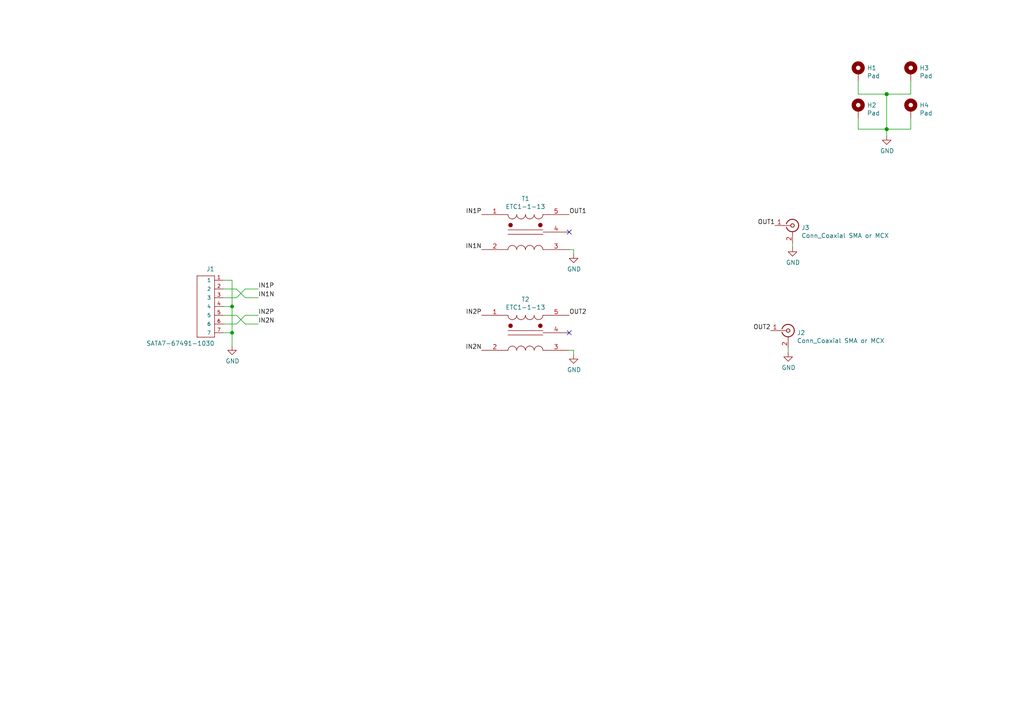
<source format=kicad_sch>
(kicad_sch (version 20210406) (generator eeschema)
  (paper "A4")
  (title_block (date "2021-04-28"))
  (lib_symbols
    (symbol "Connector:Conn_Coaxial" (pin_names (offset 1.016) hide)
      (property "Reference" "J" (at 0.254 3.048 0))
      (property "Value" "Conn_Coaxial" (at 2.921 0 90))
      (symbol "Conn_Coaxial_0_1"
        (arc (start -1.778 0.508) (end 1.778 0) (radius (at -0.0508 0) (length 1.8034) (angles 163.6 0)) (stroke (width 0.254)))
        (arc (start 1.778 0) (end -1.778 -0.508) (radius (at -0.0254 0) (length 1.8034) (angles 0 -163.8)) (stroke (width 0.254)))
        (circle (center 0 0) (radius 0.508) (stroke (width 0.2032)))
        (polyline (pts (xy -2.54 0) (xy -0.508 0)))
        (polyline (pts (xy 0 -2.54) (xy 0 -1.778)))
      )
      (symbol "Conn_Coaxial_1_1"
        (pin passive line (at -5.08 0 0) (length 2.54) (name "In") (number "1"))
        (pin passive line (at 0 -5.08 90) (length 2.54) (name "Ext") (number "2"))
      )
    )
    (symbol "FMC2DIFF-rescue:SATA7-67491-1030-konektory" (pin_names (offset 1.016))
      (property "Reference" "J" (at -2.54 10.16 0))
      (property "Value" "SATA7-67491-1030-konektory" (at -2.54 -11.43 0))
      (symbol "SATA7-67491-1030-konektory_1_0"
        (polyline (pts (xy -2.54 -8.89) (xy 2.54 -8.89)))
        (polyline (pts (xy -2.54 8.89) (xy -2.54 -8.89)))
        (polyline (pts (xy 2.54 -8.89) (xy 2.54 8.89)))
        (polyline (pts (xy 2.54 8.89) (xy -2.54 8.89)))
      )
      (symbol "SATA7-67491-1030-konektory_1_1"
        (pin passive line (at -5.08 7.62 0) (length 2.54) (name "1") (number "1"))
        (pin passive line (at -5.08 5.08 0) (length 2.54) (name "2") (number "2"))
        (pin passive line (at -5.08 2.54 0) (length 2.54) (name "3") (number "3"))
        (pin passive line (at -5.08 0 0) (length 2.54) (name "4") (number "4"))
        (pin passive line (at -5.08 -2.54 0) (length 2.54) (name "5") (number "5"))
        (pin passive line (at -5.08 -5.08 0) (length 2.54) (name "6") (number "6"))
        (pin passive line (at -5.08 -7.62 0) (length 2.54) (name "7") (number "7"))
        (pin passive line (at -5.08 0 0) (length 2.54) hide (name "4") (number "8"))
        (pin passive line (at -5.08 -7.62 0) (length 2.54) hide (name "7") (number "9"))
      )
    )
    (symbol "Mechanical:MountingHole_Pad" (pin_numbers hide) (pin_names (offset 1.016) hide)
      (property "Reference" "H" (at 0 6.35 0))
      (property "Value" "MountingHole_Pad" (at 0 4.445 0))
      (symbol "MountingHole_Pad_0_1"
        (circle (center 0 1.27) (radius 1.27) (stroke (width 1.27)))
      )
      (symbol "MountingHole_Pad_1_1"
        (pin input line (at 0 -2.54 90) (length 2.54) (name "1") (number "1"))
      )
    )
    (symbol "QFHBAL01-rescue:ETC1-1-13-riske-symbols" (pin_names (offset 1.016) hide)
      (property "Reference" "T" (at 1.27 7.62 0))
      (property "Value" "ETC1-1-13-riske-symbols" (at 2.54 -7.62 0))
      (symbol "ETC1-1-13-riske-symbols_0_1"
        (arc (start 0 -5.1054) (end -1.27 -3.8608) (radius (at -1.27 -5.1054) (length 1.27) (angles 1 90.1)))
        (arc (start -2.5146 -5.1054) (end -1.27 -3.8608) (radius (at -1.27 -5.1054) (length 1.27) (angles 178.8 90.1)))
        (arc (start -1.27 3.81) (end -2.5146 5.08) (radius (at -1.27 5.08) (length 1.27) (angles -90.1 -179.9)))
        (arc (start 0 5.08) (end -1.27 3.81) (radius (at -1.27 5.08) (length 1.27) (angles -0.1 -89.9)))
        (arc (start 1.27 -3.8354) (end 0.0254 -5.08) (radius (at 1.27 -5.08) (length 1.27) (angles 89.9 -179.9)))
        (arc (start 2.54 -5.08) (end 1.27 -3.8354) (radius (at 1.27 -5.08) (length 1.27) (angles -0.1 90.1)))
        (arc (start 1.27 3.81) (end 0.0254 5.08) (radius (at 1.27 5.08) (length 1.27) (angles -90.1 -179.9)))
        (arc (start 2.54 5.08) (end 1.27 3.81) (radius (at 1.27 5.08) (length 1.27) (angles -0.1 -89.9)))
        (arc (start 3.81 -3.8354) (end 2.5654 -5.08) (radius (at 3.81 -5.08) (length 1.27) (angles 89.9 -179.9)))
        (arc (start 5.08 -5.08) (end 3.81 -3.8354) (radius (at 3.81 -5.08) (length 1.27) (angles -0.1 90.1)))
        (arc (start 3.81 3.81) (end 2.5654 5.08) (radius (at 3.81 5.08) (length 1.27) (angles -90.1 -179.9)))
        (arc (start 5.08 5.08) (end 3.81 3.81) (radius (at 3.81 5.08) (length 1.27) (angles -0.1 -89.9)))
        (arc (start 6.35 -3.8354) (end 5.1054 -5.08) (radius (at 6.35 -5.08) (length 1.27) (angles 89.9 -179.9)))
        (arc (start 7.62 -5.08) (end 6.35 -3.8354) (radius (at 6.35 -5.08) (length 1.27) (angles -0.1 90.1)))
        (arc (start 6.35 3.81) (end 5.1054 5.08) (radius (at 6.35 5.08) (length 1.27) (angles -90.1 -179.9)))
        (arc (start 7.62 5.08) (end 6.35 3.81) (radius (at 6.35 5.08) (length 1.27) (angles -0.1 -89.9)))
        (circle (center -1.778 2.032) (radius 0.5588) (fill (type outline)))
        (circle (center 6.858 2.032) (radius 0.5588) (fill (type outline)))
        (polyline (pts (xy -2.54 -0.635) (xy 7.62 -0.635)))
        (polyline (pts (xy 7.62 0.635) (xy -2.54 0.635)))
      )
      (symbol "ETC1-1-13-riske-symbols_1_1"
        (pin passive line (at -10.16 5.08 0) (length 7.62) (name "AA") (number "1"))
        (pin passive line (at -10.16 -5.08 0) (length 7.62) (name "AB") (number "2"))
        (pin passive line (at 15.24 -5.08 180) (length 7.62) (name "SA") (number "3"))
        (pin passive line (at 15.24 0 180) (length 7.62) (name "SC") (number "4"))
        (pin passive line (at 15.24 5.08 180) (length 7.62) (name "SB") (number "5"))
      )
    )
    (symbol "power:GND" (power) (pin_names (offset 0))
      (property "Value" "GND" (at 0 -3.81 0))
      (symbol "GND_0_1"
        (polyline (pts (xy 0 0) (xy 0 -1.27) (xy 1.27 -1.27) (xy 0 -2.54) (xy -1.27 -1.27) (xy 0 -1.27)))
      )
      (symbol "GND_1_1"
        (pin power_in line (at 0 0 270) (length 0) hide (name "GND") (number "1"))
      )
    )
  )
  (junction (at 67.31 88.9) (diameter 0.9144))
  (junction (at 67.31 96.52) (diameter 0.9144))
  (junction (at 257.175 27.305) (diameter 1.016))
  (junction (at 257.175 37.465) (diameter 1.016))
  (no_connect (at 165.1 67.31))
  (no_connect (at 165.1 96.52))
  (wire (pts (xy 64.77 81.28) (xy 67.31 81.28)))
  (wire (pts (xy 64.77 83.82) (xy 68.58 83.82)))
  (wire (pts (xy 64.77 86.36) (xy 68.58 86.36)))
  (wire (pts (xy 64.77 88.9) (xy 67.31 88.9)))
  (wire (pts (xy 64.77 96.52) (xy 67.31 96.52)))
  (wire (pts (xy 67.31 81.28) (xy 67.31 88.9)))
  (wire (pts (xy 67.31 88.9) (xy 67.31 96.52)))
  (wire (pts (xy 67.31 96.52) (xy 67.31 100.33)))
  (wire (pts (xy 68.58 83.82) (xy 71.12 86.36)))
  (wire (pts (xy 68.58 86.36) (xy 71.12 83.82)))
  (wire (pts (xy 68.58 91.44) (xy 64.77 91.44)))
  (wire (pts (xy 68.58 93.98) (xy 64.77 93.98)))
  (wire (pts (xy 71.12 91.44) (xy 68.58 93.98)))
  (wire (pts (xy 71.12 93.98) (xy 68.58 91.44)))
  (wire (pts (xy 74.93 83.82) (xy 71.12 83.82)))
  (wire (pts (xy 74.93 86.36) (xy 71.12 86.36)))
  (wire (pts (xy 74.93 91.44) (xy 71.12 91.44)))
  (wire (pts (xy 74.93 93.98) (xy 71.12 93.98)))
  (wire (pts (xy 165.1 72.39) (xy 166.37 72.39)))
  (wire (pts (xy 165.1 101.6) (xy 166.37 101.6)))
  (wire (pts (xy 166.37 72.39) (xy 166.37 73.66)))
  (wire (pts (xy 166.37 101.6) (xy 166.37 102.87)))
  (wire (pts (xy 228.6 100.965) (xy 228.6 102.235)))
  (wire (pts (xy 229.87 70.485) (xy 229.87 71.755)))
  (wire (pts (xy 248.92 27.305) (xy 248.92 23.495)))
  (wire (pts (xy 248.92 27.305) (xy 257.175 27.305)))
  (wire (pts (xy 248.92 37.465) (xy 248.92 34.29)))
  (wire (pts (xy 248.92 37.465) (xy 257.175 37.465)))
  (wire (pts (xy 257.175 27.305) (xy 257.175 37.465)))
  (wire (pts (xy 257.175 27.305) (xy 264.16 27.305)))
  (wire (pts (xy 257.175 37.465) (xy 257.175 39.37)))
  (wire (pts (xy 257.175 37.465) (xy 264.16 37.465)))
  (wire (pts (xy 264.16 27.305) (xy 264.16 23.495)))
  (wire (pts (xy 264.16 37.465) (xy 264.16 34.29)))
  (label "IN1P" (at 74.93 83.82 0))
  (label "IN1N" (at 74.93 86.36 0))
  (label "IN2P" (at 74.93 91.44 0))
  (label "IN2N" (at 74.93 93.98 0))
  (label "IN1P" (at 139.7 62.23 180))
  (label "IN1N" (at 139.7 72.39 180))
  (label "IN2P" (at 139.7 91.44 180))
  (label "IN2N" (at 139.7 101.6 180))
  (label "OUT1" (at 165.1 62.23 0))
  (label "OUT2" (at 165.1 91.44 0))
  (label "OUT2" (at 223.52 95.885 180))
  (label "OUT1" (at 224.79 65.405 180))
  (symbol (lib_id "power:GND") (at 67.31 100.33 0) (unit 1)
    (property "Reference" "#PWR?" (effects hide))
    (property "Value" "GND" (at 67.437 104.7242 0))
  )
  (symbol (lib_id "power:GND") (at 166.37 73.66 0) (unit 1)
    (property "Reference" "#PWR02" (effects hide))
    (property "Value" "GND" (at 166.497 78.0542 0))
  )
  (symbol (lib_id "power:GND") (at 166.37 102.87 0) (unit 1)
    (property "Reference" "#PWR03" (effects hide))
    (property "Value" "GND" (at 166.497 107.2642 0))
  )
  (symbol (lib_id "power:GND") (at 228.6 102.235 0) (unit 1)
    (property "Reference" "#PWR04" (effects hide))
    (property "Value" "GND" (at 228.727 106.6292 0))
  )
  (symbol (lib_id "power:GND") (at 229.87 71.755 0) (unit 1)
    (property "Reference" "#PWR05" (effects hide))
    (property "Value" "GND" (at 229.997 76.1492 0))
  )
  (symbol (lib_id "power:GND") (at 257.175 39.37 0) (unit 1)
    (property "Reference" "#PWR?" (effects hide))
    (property "Value" "GND" (at 257.302 43.7642 0))
  )
  (symbol (lib_id "Mechanical:MountingHole_Pad") (at 248.92 20.955 0) (unit 1)
    (property "Reference" "H1" (at 251.46 19.7104 0) (effects (justify left)))
    (property "Value" "Pad" (at 251.46 22.0218 0) (effects (justify left)))
    (property "Footprint" "Mlab_Mechanical:MountingHole_3mm" (effects hide))
  )
  (symbol (lib_id "Mechanical:MountingHole_Pad") (at 248.92 31.75 0) (unit 1)
    (property "Reference" "H2" (at 251.46 30.5054 0) (effects (justify left)))
    (property "Value" "Pad" (at 251.46 32.8168 0) (effects (justify left)))
    (property "Footprint" "Mlab_Mechanical:MountingHole_3mm" (effects hide))
  )
  (symbol (lib_id "Mechanical:MountingHole_Pad") (at 264.16 20.955 0) (unit 1)
    (property "Reference" "H3" (at 266.7 19.7104 0) (effects (justify left)))
    (property "Value" "Pad" (at 266.7 22.0218 0) (effects (justify left)))
    (property "Footprint" "Mlab_Mechanical:MountingHole_3mm" (effects hide))
  )
  (symbol (lib_id "Mechanical:MountingHole_Pad") (at 264.16 31.75 0) (unit 1)
    (property "Reference" "H4" (at 266.7 30.5054 0) (effects (justify left)))
    (property "Value" "Pad" (at 266.7 32.8168 0) (effects (justify left)))
    (property "Footprint" "Mlab_Mechanical:MountingHole_3mm" (effects hide))
  )
  (symbol (lib_id "Connector:Conn_Coaxial") (at 228.6 95.885 0) (unit 1)
    (property "Reference" "J2" (at 231.14 96.52 0) (effects (justify left)))
    (property "Value" "Conn_Coaxial SMA or MCX" (at 231.14 98.831 0) (effects (justify left)))
    (property "Footprint" "Connector_Coaxial:SMA_Amphenol_901-144_Vertical" (effects hide))
    (property "Datasheet" " ~" (effects hide))
    (property "UST_ID" "5c70984412875079b91f87ac" (effects hide))
  )
  (symbol (lib_id "Connector:Conn_Coaxial") (at 229.87 65.405 0) (unit 1)
    (property "Reference" "J3" (at 232.41 66.04 0) (effects (justify left)))
    (property "Value" "Conn_Coaxial SMA or MCX" (at 232.41 68.351 0) (effects (justify left)))
    (property "Footprint" "Connector_Coaxial:SMA_Amphenol_901-144_Vertical" (effects hide))
    (property "Datasheet" " ~" (effects hide))
    (property "UST_ID" "5c70984412875079b91f87ac" (effects hide))
  )
  (symbol (lib_id "FMC2DIFF-rescue:SATA7-67491-1030-konektory") (at 59.69 88.9 0) (mirror y) (unit 1)
    (property "Reference" "J1" (at 62.23 78.74 0) (effects (justify left bottom)))
    (property "Value" "SATA7-67491-1030" (at 62.23 100.33 0) (effects (justify left bottom)))
    (property "Footprint" "Mlab_CON:SATA-7_THT_VERT_2" (effects hide))
    (property "UST_ID" "5c70984712875079b91f8a7b" (effects hide))
  )
  (symbol (lib_id "QFHBAL01-rescue:ETC1-1-13-riske-symbols") (at 149.86 67.31 0) (unit 1)
    (property "Reference" "T1" (at 152.4 57.6326 0))
    (property "Value" "ETC1-1-13" (at 152.4 59.944 0))
    (property "Footprint" "Transformer_SMD:Transformer_MACOM_SM-22" (effects hide))
    (property "Datasheet" "https://www.minicircuits.com/pdfs/TC1-1-13MX+.pdf" (effects hide))
    (property "UST_ID" "5face38612875025b3977e95" (effects hide))
  )
  (symbol (lib_id "QFHBAL01-rescue:ETC1-1-13-riske-symbols") (at 149.86 96.52 0) (unit 1)
    (property "Reference" "T2" (at 152.4 86.8426 0))
    (property "Value" "ETC1-1-13" (at 152.4 89.154 0))
    (property "Footprint" "Transformer_SMD:Transformer_MACOM_SM-22" (effects hide))
    (property "Datasheet" "https://www.minicircuits.com/pdfs/TC1-1-13MX+.pdf" (effects hide))
    (property "UST_ID" "5face38612875025b3977e95" (effects hide))
  )
)
</source>
